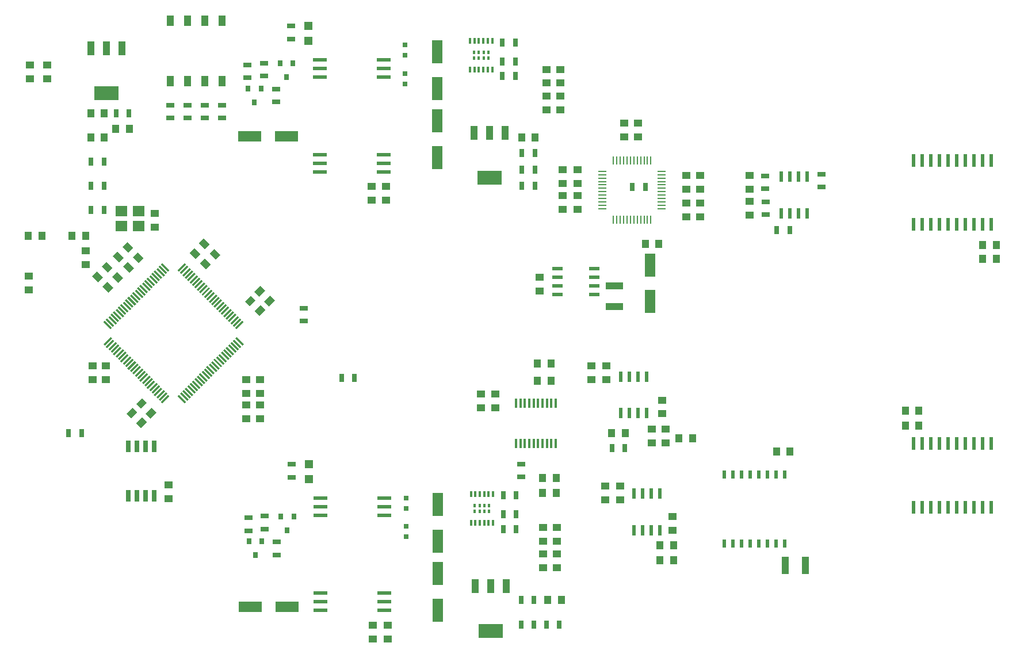
<source format=gtp>
G04 #@! TF.FileFunction,Paste,Top*
%FSLAX46Y46*%
G04 Gerber Fmt 4.6, Leading zero omitted, Abs format (unit mm)*
G04 Created by KiCad (PCBNEW no-vcs-found-product) date Mon Sep  4 09:08:35 2017*
%MOMM*%
%LPD*%
G01*
G04 APERTURE LIST*
%ADD10C,0.150000*%
%ADD11R,1.300000X0.700000*%
%ADD12R,0.250000X1.300000*%
%ADD13R,1.300000X0.250000*%
%ADD14R,0.450000X1.450000*%
%ADD15R,0.700000X1.300000*%
%ADD16R,3.657600X2.032000*%
%ADD17R,1.016000X2.032000*%
%ADD18R,1.600000X3.500000*%
%ADD19R,2.000000X0.600000*%
%ADD20R,0.420000X0.890000*%
%ADD21R,0.427500X0.495000*%
%ADD22R,0.800000X0.900000*%
%ADD23R,1.250000X1.000000*%
%ADD24R,3.500000X1.600000*%
%ADD25R,1.000000X1.250000*%
%ADD26R,2.500000X1.000000*%
%ADD27R,0.650000X1.700000*%
%ADD28R,0.600000X1.550000*%
%ADD29R,1.550000X0.600000*%
%ADD30R,0.600000X1.950000*%
%ADD31R,1.000000X2.500000*%
%ADD32R,0.508000X1.143000*%
%ADD33R,1.100000X1.500000*%
%ADD34R,1.200000X1.200000*%
%ADD35R,0.750000X0.800000*%
%ADD36R,1.700000X1.500000*%
G04 APERTURE END LIST*
D10*
D11*
X106900000Y-97760000D03*
X106900000Y-95860000D03*
D12*
X125940000Y-51149000D03*
X125440000Y-51149000D03*
X124940000Y-51149000D03*
X124440000Y-51149000D03*
X123940000Y-51149000D03*
X123440000Y-51149000D03*
X122940000Y-51149000D03*
X122440000Y-51149000D03*
X121940000Y-51149000D03*
X121440000Y-51149000D03*
X120940000Y-51149000D03*
X120440000Y-51149000D03*
D13*
X118840000Y-52749000D03*
X118840000Y-53249000D03*
X118840000Y-53749000D03*
X118840000Y-54249000D03*
X118840000Y-54749000D03*
X118840000Y-55249000D03*
X118840000Y-55749000D03*
X118840000Y-56249000D03*
X118840000Y-56749000D03*
X118840000Y-57249000D03*
X118840000Y-57749000D03*
X118840000Y-58249000D03*
D12*
X120440000Y-59849000D03*
X120940000Y-59849000D03*
X121440000Y-59849000D03*
X121940000Y-59849000D03*
X122440000Y-59849000D03*
X122940000Y-59849000D03*
X123440000Y-59849000D03*
X123940000Y-59849000D03*
X124440000Y-59849000D03*
X124940000Y-59849000D03*
X125440000Y-59849000D03*
X125940000Y-59849000D03*
D13*
X127540000Y-58249000D03*
X127540000Y-57749000D03*
X127540000Y-57249000D03*
X127540000Y-56749000D03*
X127540000Y-56249000D03*
X127540000Y-55749000D03*
X127540000Y-55249000D03*
X127540000Y-54749000D03*
X127540000Y-54249000D03*
X127540000Y-53749000D03*
X127540000Y-53249000D03*
X127540000Y-52749000D03*
D14*
X111941800Y-86889800D03*
X111291800Y-86889800D03*
X110641800Y-86889800D03*
X109991800Y-86889800D03*
X109341800Y-86889800D03*
X108691800Y-86889800D03*
X108041800Y-86889800D03*
X107391800Y-86889800D03*
X106741800Y-86889800D03*
X106091800Y-86889800D03*
X106091800Y-92789800D03*
X106741800Y-92789800D03*
X107391800Y-92789800D03*
X108041800Y-92789800D03*
X108691800Y-92789800D03*
X109341800Y-92789800D03*
X109991800Y-92789800D03*
X110641800Y-92789800D03*
X111291800Y-92789800D03*
X111941800Y-92789800D03*
D15*
X104206000Y-103251000D03*
X106106000Y-103251000D03*
X108730000Y-119470000D03*
X106830000Y-119470000D03*
D16*
X102362000Y-120396000D03*
D17*
X102362000Y-113792000D03*
X100076000Y-113792000D03*
X104648000Y-113792000D03*
D18*
X94615000Y-107221000D03*
X94615000Y-101821000D03*
X94615000Y-111981000D03*
X94615000Y-117381000D03*
D19*
X86742000Y-117348000D03*
X86742000Y-116078000D03*
X86742000Y-114808000D03*
X86742000Y-103378000D03*
X86742000Y-102108000D03*
X86742000Y-100838000D03*
X77342000Y-100838000D03*
X77342000Y-102108000D03*
X77342000Y-103378000D03*
X77342000Y-114808000D03*
X77342000Y-116078000D03*
X77342000Y-117348000D03*
D20*
X99467000Y-104467000D03*
X100117000Y-104467000D03*
X100767000Y-104467000D03*
X101417000Y-104467000D03*
X102067000Y-104467000D03*
X102717000Y-104467000D03*
X102717000Y-100257000D03*
X102067000Y-100257000D03*
X101417000Y-100257000D03*
X100767000Y-100257000D03*
X100117000Y-100257000D03*
X99467000Y-100257000D03*
D21*
X102160750Y-101949500D03*
X101448250Y-101949500D03*
X100735750Y-101949500D03*
X100023250Y-101949500D03*
X102160750Y-102774500D03*
X101448250Y-102774500D03*
X100735750Y-102774500D03*
X100023250Y-102774500D03*
D15*
X104206000Y-100457000D03*
X106106000Y-100457000D03*
X106106000Y-105410000D03*
X104206000Y-105410000D03*
X108730000Y-115870000D03*
X106830000Y-115870000D03*
X112460000Y-119470000D03*
X110560000Y-119470000D03*
D11*
X70904100Y-109195400D03*
X70904100Y-107295400D03*
X66713100Y-105639400D03*
X66713100Y-103739400D03*
X69126100Y-103485400D03*
X69126100Y-105385400D03*
D22*
X73378100Y-103562400D03*
X71478100Y-103562400D03*
X72428100Y-105562400D03*
X68679100Y-107245400D03*
X66779100Y-107245400D03*
X67729100Y-109245400D03*
D23*
X112120000Y-105180000D03*
X112120000Y-107180000D03*
X110090000Y-105170000D03*
X110090000Y-107170000D03*
X110090000Y-111110000D03*
X110090000Y-109110000D03*
X87185500Y-121586500D03*
X87185500Y-119586500D03*
X85026500Y-121586500D03*
X85026500Y-119586500D03*
X112120000Y-111110000D03*
X112120000Y-109110000D03*
D24*
X72423000Y-116840000D03*
X67023000Y-116840000D03*
D16*
X45800000Y-41292000D03*
D17*
X45800000Y-34688000D03*
X43514000Y-34688000D03*
X48086000Y-34688000D03*
D10*
G36*
X53857522Y-66458373D02*
X54069654Y-66246241D01*
X55130314Y-67306901D01*
X54918182Y-67519033D01*
X53857522Y-66458373D01*
X53857522Y-66458373D01*
G37*
G36*
X53503969Y-66811926D02*
X53716101Y-66599794D01*
X54776761Y-67660454D01*
X54564629Y-67872586D01*
X53503969Y-66811926D01*
X53503969Y-66811926D01*
G37*
G36*
X53150416Y-67165480D02*
X53362548Y-66953348D01*
X54423208Y-68014008D01*
X54211076Y-68226140D01*
X53150416Y-67165480D01*
X53150416Y-67165480D01*
G37*
G36*
X52796862Y-67519033D02*
X53008994Y-67306901D01*
X54069654Y-68367561D01*
X53857522Y-68579693D01*
X52796862Y-67519033D01*
X52796862Y-67519033D01*
G37*
G36*
X52443309Y-67872587D02*
X52655441Y-67660455D01*
X53716101Y-68721115D01*
X53503969Y-68933247D01*
X52443309Y-67872587D01*
X52443309Y-67872587D01*
G37*
G36*
X52089756Y-68226140D02*
X52301888Y-68014008D01*
X53362548Y-69074668D01*
X53150416Y-69286800D01*
X52089756Y-68226140D01*
X52089756Y-68226140D01*
G37*
G36*
X51736202Y-68579693D02*
X51948334Y-68367561D01*
X53008994Y-69428221D01*
X52796862Y-69640353D01*
X51736202Y-68579693D01*
X51736202Y-68579693D01*
G37*
G36*
X51382649Y-68933247D02*
X51594781Y-68721115D01*
X52655441Y-69781775D01*
X52443309Y-69993907D01*
X51382649Y-68933247D01*
X51382649Y-68933247D01*
G37*
G36*
X51029095Y-69286800D02*
X51241227Y-69074668D01*
X52301887Y-70135328D01*
X52089755Y-70347460D01*
X51029095Y-69286800D01*
X51029095Y-69286800D01*
G37*
G36*
X50675542Y-69640354D02*
X50887674Y-69428222D01*
X51948334Y-70488882D01*
X51736202Y-70701014D01*
X50675542Y-69640354D01*
X50675542Y-69640354D01*
G37*
G36*
X50321989Y-69993907D02*
X50534121Y-69781775D01*
X51594781Y-70842435D01*
X51382649Y-71054567D01*
X50321989Y-69993907D01*
X50321989Y-69993907D01*
G37*
G36*
X49968435Y-70347460D02*
X50180567Y-70135328D01*
X51241227Y-71195988D01*
X51029095Y-71408120D01*
X49968435Y-70347460D01*
X49968435Y-70347460D01*
G37*
G36*
X49614882Y-70701014D02*
X49827014Y-70488882D01*
X50887674Y-71549542D01*
X50675542Y-71761674D01*
X49614882Y-70701014D01*
X49614882Y-70701014D01*
G37*
G36*
X49261328Y-71054567D02*
X49473460Y-70842435D01*
X50534120Y-71903095D01*
X50321988Y-72115227D01*
X49261328Y-71054567D01*
X49261328Y-71054567D01*
G37*
G36*
X48907775Y-71408121D02*
X49119907Y-71195989D01*
X50180567Y-72256649D01*
X49968435Y-72468781D01*
X48907775Y-71408121D01*
X48907775Y-71408121D01*
G37*
G36*
X48554222Y-71761674D02*
X48766354Y-71549542D01*
X49827014Y-72610202D01*
X49614882Y-72822334D01*
X48554222Y-71761674D01*
X48554222Y-71761674D01*
G37*
G36*
X48200668Y-72115227D02*
X48412800Y-71903095D01*
X49473460Y-72963755D01*
X49261328Y-73175887D01*
X48200668Y-72115227D01*
X48200668Y-72115227D01*
G37*
G36*
X47847115Y-72468781D02*
X48059247Y-72256649D01*
X49119907Y-73317309D01*
X48907775Y-73529441D01*
X47847115Y-72468781D01*
X47847115Y-72468781D01*
G37*
G36*
X47493561Y-72822334D02*
X47705693Y-72610202D01*
X48766353Y-73670862D01*
X48554221Y-73882994D01*
X47493561Y-72822334D01*
X47493561Y-72822334D01*
G37*
G36*
X47140008Y-73175888D02*
X47352140Y-72963756D01*
X48412800Y-74024416D01*
X48200668Y-74236548D01*
X47140008Y-73175888D01*
X47140008Y-73175888D01*
G37*
G36*
X46786455Y-73529441D02*
X46998587Y-73317309D01*
X48059247Y-74377969D01*
X47847115Y-74590101D01*
X46786455Y-73529441D01*
X46786455Y-73529441D01*
G37*
G36*
X46432901Y-73882994D02*
X46645033Y-73670862D01*
X47705693Y-74731522D01*
X47493561Y-74943654D01*
X46432901Y-73882994D01*
X46432901Y-73882994D01*
G37*
G36*
X46079348Y-74236548D02*
X46291480Y-74024416D01*
X47352140Y-75085076D01*
X47140008Y-75297208D01*
X46079348Y-74236548D01*
X46079348Y-74236548D01*
G37*
G36*
X45725794Y-74590101D02*
X45937926Y-74377969D01*
X46998586Y-75438629D01*
X46786454Y-75650761D01*
X45725794Y-74590101D01*
X45725794Y-74590101D01*
G37*
G36*
X45372241Y-74943654D02*
X45584373Y-74731522D01*
X46645033Y-75792182D01*
X46432901Y-76004314D01*
X45372241Y-74943654D01*
X45372241Y-74943654D01*
G37*
G36*
X45584373Y-78408478D02*
X45372241Y-78196346D01*
X46432901Y-77135686D01*
X46645033Y-77347818D01*
X45584373Y-78408478D01*
X45584373Y-78408478D01*
G37*
G36*
X45937926Y-78762031D02*
X45725794Y-78549899D01*
X46786454Y-77489239D01*
X46998586Y-77701371D01*
X45937926Y-78762031D01*
X45937926Y-78762031D01*
G37*
G36*
X46291480Y-79115584D02*
X46079348Y-78903452D01*
X47140008Y-77842792D01*
X47352140Y-78054924D01*
X46291480Y-79115584D01*
X46291480Y-79115584D01*
G37*
G36*
X46645033Y-79469138D02*
X46432901Y-79257006D01*
X47493561Y-78196346D01*
X47705693Y-78408478D01*
X46645033Y-79469138D01*
X46645033Y-79469138D01*
G37*
G36*
X46998587Y-79822691D02*
X46786455Y-79610559D01*
X47847115Y-78549899D01*
X48059247Y-78762031D01*
X46998587Y-79822691D01*
X46998587Y-79822691D01*
G37*
G36*
X47352140Y-80176244D02*
X47140008Y-79964112D01*
X48200668Y-78903452D01*
X48412800Y-79115584D01*
X47352140Y-80176244D01*
X47352140Y-80176244D01*
G37*
G36*
X47705693Y-80529798D02*
X47493561Y-80317666D01*
X48554221Y-79257006D01*
X48766353Y-79469138D01*
X47705693Y-80529798D01*
X47705693Y-80529798D01*
G37*
G36*
X48059247Y-80883351D02*
X47847115Y-80671219D01*
X48907775Y-79610559D01*
X49119907Y-79822691D01*
X48059247Y-80883351D01*
X48059247Y-80883351D01*
G37*
G36*
X48412800Y-81236905D02*
X48200668Y-81024773D01*
X49261328Y-79964113D01*
X49473460Y-80176245D01*
X48412800Y-81236905D01*
X48412800Y-81236905D01*
G37*
G36*
X48766354Y-81590458D02*
X48554222Y-81378326D01*
X49614882Y-80317666D01*
X49827014Y-80529798D01*
X48766354Y-81590458D01*
X48766354Y-81590458D01*
G37*
G36*
X49119907Y-81944011D02*
X48907775Y-81731879D01*
X49968435Y-80671219D01*
X50180567Y-80883351D01*
X49119907Y-81944011D01*
X49119907Y-81944011D01*
G37*
G36*
X49473460Y-82297565D02*
X49261328Y-82085433D01*
X50321988Y-81024773D01*
X50534120Y-81236905D01*
X49473460Y-82297565D01*
X49473460Y-82297565D01*
G37*
G36*
X49827014Y-82651118D02*
X49614882Y-82438986D01*
X50675542Y-81378326D01*
X50887674Y-81590458D01*
X49827014Y-82651118D01*
X49827014Y-82651118D01*
G37*
G36*
X50180567Y-83004672D02*
X49968435Y-82792540D01*
X51029095Y-81731880D01*
X51241227Y-81944012D01*
X50180567Y-83004672D01*
X50180567Y-83004672D01*
G37*
G36*
X50534121Y-83358225D02*
X50321989Y-83146093D01*
X51382649Y-82085433D01*
X51594781Y-82297565D01*
X50534121Y-83358225D01*
X50534121Y-83358225D01*
G37*
G36*
X50887674Y-83711778D02*
X50675542Y-83499646D01*
X51736202Y-82438986D01*
X51948334Y-82651118D01*
X50887674Y-83711778D01*
X50887674Y-83711778D01*
G37*
G36*
X51241227Y-84065332D02*
X51029095Y-83853200D01*
X52089755Y-82792540D01*
X52301887Y-83004672D01*
X51241227Y-84065332D01*
X51241227Y-84065332D01*
G37*
G36*
X51594781Y-84418885D02*
X51382649Y-84206753D01*
X52443309Y-83146093D01*
X52655441Y-83358225D01*
X51594781Y-84418885D01*
X51594781Y-84418885D01*
G37*
G36*
X51948334Y-84772439D02*
X51736202Y-84560307D01*
X52796862Y-83499647D01*
X53008994Y-83711779D01*
X51948334Y-84772439D01*
X51948334Y-84772439D01*
G37*
G36*
X52301888Y-85125992D02*
X52089756Y-84913860D01*
X53150416Y-83853200D01*
X53362548Y-84065332D01*
X52301888Y-85125992D01*
X52301888Y-85125992D01*
G37*
G36*
X52655441Y-85479545D02*
X52443309Y-85267413D01*
X53503969Y-84206753D01*
X53716101Y-84418885D01*
X52655441Y-85479545D01*
X52655441Y-85479545D01*
G37*
G36*
X53008994Y-85833099D02*
X52796862Y-85620967D01*
X53857522Y-84560307D01*
X54069654Y-84772439D01*
X53008994Y-85833099D01*
X53008994Y-85833099D01*
G37*
G36*
X53362548Y-86186652D02*
X53150416Y-85974520D01*
X54211076Y-84913860D01*
X54423208Y-85125992D01*
X53362548Y-86186652D01*
X53362548Y-86186652D01*
G37*
G36*
X53716101Y-86540206D02*
X53503969Y-86328074D01*
X54564629Y-85267414D01*
X54776761Y-85479546D01*
X53716101Y-86540206D01*
X53716101Y-86540206D01*
G37*
G36*
X54069654Y-86893759D02*
X53857522Y-86681627D01*
X54918182Y-85620967D01*
X55130314Y-85833099D01*
X54069654Y-86893759D01*
X54069654Y-86893759D01*
G37*
G36*
X56261686Y-85833099D02*
X56473818Y-85620967D01*
X57534478Y-86681627D01*
X57322346Y-86893759D01*
X56261686Y-85833099D01*
X56261686Y-85833099D01*
G37*
G36*
X56615239Y-85479546D02*
X56827371Y-85267414D01*
X57888031Y-86328074D01*
X57675899Y-86540206D01*
X56615239Y-85479546D01*
X56615239Y-85479546D01*
G37*
G36*
X56968792Y-85125992D02*
X57180924Y-84913860D01*
X58241584Y-85974520D01*
X58029452Y-86186652D01*
X56968792Y-85125992D01*
X56968792Y-85125992D01*
G37*
G36*
X57322346Y-84772439D02*
X57534478Y-84560307D01*
X58595138Y-85620967D01*
X58383006Y-85833099D01*
X57322346Y-84772439D01*
X57322346Y-84772439D01*
G37*
G36*
X57675899Y-84418885D02*
X57888031Y-84206753D01*
X58948691Y-85267413D01*
X58736559Y-85479545D01*
X57675899Y-84418885D01*
X57675899Y-84418885D01*
G37*
G36*
X58029452Y-84065332D02*
X58241584Y-83853200D01*
X59302244Y-84913860D01*
X59090112Y-85125992D01*
X58029452Y-84065332D01*
X58029452Y-84065332D01*
G37*
G36*
X58383006Y-83711779D02*
X58595138Y-83499647D01*
X59655798Y-84560307D01*
X59443666Y-84772439D01*
X58383006Y-83711779D01*
X58383006Y-83711779D01*
G37*
G36*
X58736559Y-83358225D02*
X58948691Y-83146093D01*
X60009351Y-84206753D01*
X59797219Y-84418885D01*
X58736559Y-83358225D01*
X58736559Y-83358225D01*
G37*
G36*
X59090113Y-83004672D02*
X59302245Y-82792540D01*
X60362905Y-83853200D01*
X60150773Y-84065332D01*
X59090113Y-83004672D01*
X59090113Y-83004672D01*
G37*
G36*
X59443666Y-82651118D02*
X59655798Y-82438986D01*
X60716458Y-83499646D01*
X60504326Y-83711778D01*
X59443666Y-82651118D01*
X59443666Y-82651118D01*
G37*
G36*
X59797219Y-82297565D02*
X60009351Y-82085433D01*
X61070011Y-83146093D01*
X60857879Y-83358225D01*
X59797219Y-82297565D01*
X59797219Y-82297565D01*
G37*
G36*
X60150773Y-81944012D02*
X60362905Y-81731880D01*
X61423565Y-82792540D01*
X61211433Y-83004672D01*
X60150773Y-81944012D01*
X60150773Y-81944012D01*
G37*
G36*
X60504326Y-81590458D02*
X60716458Y-81378326D01*
X61777118Y-82438986D01*
X61564986Y-82651118D01*
X60504326Y-81590458D01*
X60504326Y-81590458D01*
G37*
G36*
X60857880Y-81236905D02*
X61070012Y-81024773D01*
X62130672Y-82085433D01*
X61918540Y-82297565D01*
X60857880Y-81236905D01*
X60857880Y-81236905D01*
G37*
G36*
X61211433Y-80883351D02*
X61423565Y-80671219D01*
X62484225Y-81731879D01*
X62272093Y-81944011D01*
X61211433Y-80883351D01*
X61211433Y-80883351D01*
G37*
G36*
X61564986Y-80529798D02*
X61777118Y-80317666D01*
X62837778Y-81378326D01*
X62625646Y-81590458D01*
X61564986Y-80529798D01*
X61564986Y-80529798D01*
G37*
G36*
X61918540Y-80176245D02*
X62130672Y-79964113D01*
X63191332Y-81024773D01*
X62979200Y-81236905D01*
X61918540Y-80176245D01*
X61918540Y-80176245D01*
G37*
G36*
X62272093Y-79822691D02*
X62484225Y-79610559D01*
X63544885Y-80671219D01*
X63332753Y-80883351D01*
X62272093Y-79822691D01*
X62272093Y-79822691D01*
G37*
G36*
X62625647Y-79469138D02*
X62837779Y-79257006D01*
X63898439Y-80317666D01*
X63686307Y-80529798D01*
X62625647Y-79469138D01*
X62625647Y-79469138D01*
G37*
G36*
X62979200Y-79115584D02*
X63191332Y-78903452D01*
X64251992Y-79964112D01*
X64039860Y-80176244D01*
X62979200Y-79115584D01*
X62979200Y-79115584D01*
G37*
G36*
X63332753Y-78762031D02*
X63544885Y-78549899D01*
X64605545Y-79610559D01*
X64393413Y-79822691D01*
X63332753Y-78762031D01*
X63332753Y-78762031D01*
G37*
G36*
X63686307Y-78408478D02*
X63898439Y-78196346D01*
X64959099Y-79257006D01*
X64746967Y-79469138D01*
X63686307Y-78408478D01*
X63686307Y-78408478D01*
G37*
G36*
X64039860Y-78054924D02*
X64251992Y-77842792D01*
X65312652Y-78903452D01*
X65100520Y-79115584D01*
X64039860Y-78054924D01*
X64039860Y-78054924D01*
G37*
G36*
X64393414Y-77701371D02*
X64605546Y-77489239D01*
X65666206Y-78549899D01*
X65454074Y-78762031D01*
X64393414Y-77701371D01*
X64393414Y-77701371D01*
G37*
G36*
X64746967Y-77347818D02*
X64959099Y-77135686D01*
X66019759Y-78196346D01*
X65807627Y-78408478D01*
X64746967Y-77347818D01*
X64746967Y-77347818D01*
G37*
G36*
X64959099Y-76004314D02*
X64746967Y-75792182D01*
X65807627Y-74731522D01*
X66019759Y-74943654D01*
X64959099Y-76004314D01*
X64959099Y-76004314D01*
G37*
G36*
X64605546Y-75650761D02*
X64393414Y-75438629D01*
X65454074Y-74377969D01*
X65666206Y-74590101D01*
X64605546Y-75650761D01*
X64605546Y-75650761D01*
G37*
G36*
X64251992Y-75297208D02*
X64039860Y-75085076D01*
X65100520Y-74024416D01*
X65312652Y-74236548D01*
X64251992Y-75297208D01*
X64251992Y-75297208D01*
G37*
G36*
X63898439Y-74943654D02*
X63686307Y-74731522D01*
X64746967Y-73670862D01*
X64959099Y-73882994D01*
X63898439Y-74943654D01*
X63898439Y-74943654D01*
G37*
G36*
X63544885Y-74590101D02*
X63332753Y-74377969D01*
X64393413Y-73317309D01*
X64605545Y-73529441D01*
X63544885Y-74590101D01*
X63544885Y-74590101D01*
G37*
G36*
X63191332Y-74236548D02*
X62979200Y-74024416D01*
X64039860Y-72963756D01*
X64251992Y-73175888D01*
X63191332Y-74236548D01*
X63191332Y-74236548D01*
G37*
G36*
X62837779Y-73882994D02*
X62625647Y-73670862D01*
X63686307Y-72610202D01*
X63898439Y-72822334D01*
X62837779Y-73882994D01*
X62837779Y-73882994D01*
G37*
G36*
X62484225Y-73529441D02*
X62272093Y-73317309D01*
X63332753Y-72256649D01*
X63544885Y-72468781D01*
X62484225Y-73529441D01*
X62484225Y-73529441D01*
G37*
G36*
X62130672Y-73175887D02*
X61918540Y-72963755D01*
X62979200Y-71903095D01*
X63191332Y-72115227D01*
X62130672Y-73175887D01*
X62130672Y-73175887D01*
G37*
G36*
X61777118Y-72822334D02*
X61564986Y-72610202D01*
X62625646Y-71549542D01*
X62837778Y-71761674D01*
X61777118Y-72822334D01*
X61777118Y-72822334D01*
G37*
G36*
X61423565Y-72468781D02*
X61211433Y-72256649D01*
X62272093Y-71195989D01*
X62484225Y-71408121D01*
X61423565Y-72468781D01*
X61423565Y-72468781D01*
G37*
G36*
X61070012Y-72115227D02*
X60857880Y-71903095D01*
X61918540Y-70842435D01*
X62130672Y-71054567D01*
X61070012Y-72115227D01*
X61070012Y-72115227D01*
G37*
G36*
X60716458Y-71761674D02*
X60504326Y-71549542D01*
X61564986Y-70488882D01*
X61777118Y-70701014D01*
X60716458Y-71761674D01*
X60716458Y-71761674D01*
G37*
G36*
X60362905Y-71408120D02*
X60150773Y-71195988D01*
X61211433Y-70135328D01*
X61423565Y-70347460D01*
X60362905Y-71408120D01*
X60362905Y-71408120D01*
G37*
G36*
X60009351Y-71054567D02*
X59797219Y-70842435D01*
X60857879Y-69781775D01*
X61070011Y-69993907D01*
X60009351Y-71054567D01*
X60009351Y-71054567D01*
G37*
G36*
X59655798Y-70701014D02*
X59443666Y-70488882D01*
X60504326Y-69428222D01*
X60716458Y-69640354D01*
X59655798Y-70701014D01*
X59655798Y-70701014D01*
G37*
G36*
X59302245Y-70347460D02*
X59090113Y-70135328D01*
X60150773Y-69074668D01*
X60362905Y-69286800D01*
X59302245Y-70347460D01*
X59302245Y-70347460D01*
G37*
G36*
X58948691Y-69993907D02*
X58736559Y-69781775D01*
X59797219Y-68721115D01*
X60009351Y-68933247D01*
X58948691Y-69993907D01*
X58948691Y-69993907D01*
G37*
G36*
X58595138Y-69640353D02*
X58383006Y-69428221D01*
X59443666Y-68367561D01*
X59655798Y-68579693D01*
X58595138Y-69640353D01*
X58595138Y-69640353D01*
G37*
G36*
X58241584Y-69286800D02*
X58029452Y-69074668D01*
X59090112Y-68014008D01*
X59302244Y-68226140D01*
X58241584Y-69286800D01*
X58241584Y-69286800D01*
G37*
G36*
X57888031Y-68933247D02*
X57675899Y-68721115D01*
X58736559Y-67660455D01*
X58948691Y-67872587D01*
X57888031Y-68933247D01*
X57888031Y-68933247D01*
G37*
G36*
X57534478Y-68579693D02*
X57322346Y-68367561D01*
X58383006Y-67306901D01*
X58595138Y-67519033D01*
X57534478Y-68579693D01*
X57534478Y-68579693D01*
G37*
G36*
X57180924Y-68226140D02*
X56968792Y-68014008D01*
X58029452Y-66953348D01*
X58241584Y-67165480D01*
X57180924Y-68226140D01*
X57180924Y-68226140D01*
G37*
G36*
X56827371Y-67872586D02*
X56615239Y-67660454D01*
X57675899Y-66599794D01*
X57888031Y-66811926D01*
X56827371Y-67872586D01*
X56827371Y-67872586D01*
G37*
G36*
X56473818Y-67519033D02*
X56261686Y-67306901D01*
X57322346Y-66246241D01*
X57534478Y-66458373D01*
X56473818Y-67519033D01*
X56473818Y-67519033D01*
G37*
D24*
X72296000Y-47625000D03*
X66896000Y-47625000D03*
D23*
X37080000Y-39110000D03*
X37080000Y-37110000D03*
X34530000Y-39110000D03*
X34530000Y-37110000D03*
D25*
X43520000Y-44210000D03*
X45520000Y-44210000D03*
X43520000Y-47780000D03*
X45520000Y-47780000D03*
D23*
X52960000Y-60940000D03*
X52960000Y-58940000D03*
X54991000Y-98949000D03*
X54991000Y-100949000D03*
D10*
G36*
X48878719Y-63140398D02*
X49762602Y-64024281D01*
X49055495Y-64731388D01*
X48171612Y-63847505D01*
X48878719Y-63140398D01*
X48878719Y-63140398D01*
G37*
G36*
X47464505Y-64554612D02*
X48348388Y-65438495D01*
X47641281Y-66145602D01*
X46757398Y-65261719D01*
X47464505Y-64554612D01*
X47464505Y-64554612D01*
G37*
G36*
X50402719Y-64664398D02*
X51286602Y-65548281D01*
X50579495Y-66255388D01*
X49695612Y-65371505D01*
X50402719Y-64664398D01*
X50402719Y-64664398D01*
G37*
G36*
X48988505Y-66078612D02*
X49872388Y-66962495D01*
X49165281Y-67669602D01*
X48281398Y-66785719D01*
X48988505Y-66078612D01*
X48988505Y-66078612D01*
G37*
D23*
X43815000Y-81423000D03*
X43815000Y-83423000D03*
X45720000Y-81423000D03*
X45720000Y-83423000D03*
D10*
G36*
X48789398Y-88408281D02*
X49673281Y-87524398D01*
X50380388Y-88231505D01*
X49496505Y-89115388D01*
X48789398Y-88408281D01*
X48789398Y-88408281D01*
G37*
G36*
X50203612Y-89822495D02*
X51087495Y-88938612D01*
X51794602Y-89645719D01*
X50910719Y-90529602D01*
X50203612Y-89822495D01*
X50203612Y-89822495D01*
G37*
G36*
X50186398Y-87011281D02*
X51070281Y-86127398D01*
X51777388Y-86834505D01*
X50893505Y-87718388D01*
X50186398Y-87011281D01*
X50186398Y-87011281D01*
G37*
G36*
X51600612Y-88425495D02*
X52484495Y-87541612D01*
X53191602Y-88248719D01*
X52307719Y-89132602D01*
X51600612Y-88425495D01*
X51600612Y-88425495D01*
G37*
D23*
X42760000Y-64490000D03*
X42760000Y-66490000D03*
D25*
X42760000Y-62280000D03*
X40760000Y-62280000D03*
D23*
X66421000Y-89138000D03*
X66421000Y-87138000D03*
X68453000Y-89138000D03*
X68453000Y-87138000D03*
D10*
G36*
X66188398Y-71898281D02*
X67072281Y-71014398D01*
X67779388Y-71721505D01*
X66895505Y-72605388D01*
X66188398Y-71898281D01*
X66188398Y-71898281D01*
G37*
G36*
X67602612Y-73312495D02*
X68486495Y-72428612D01*
X69193602Y-73135719D01*
X68309719Y-74019602D01*
X67602612Y-73312495D01*
X67602612Y-73312495D01*
G37*
G36*
X67585398Y-70501281D02*
X68469281Y-69617398D01*
X69176388Y-70324505D01*
X68292505Y-71208388D01*
X67585398Y-70501281D01*
X67585398Y-70501281D01*
G37*
G36*
X68999612Y-71915495D02*
X69883495Y-71031612D01*
X70590602Y-71738719D01*
X69706719Y-72622602D01*
X68999612Y-71915495D01*
X68999612Y-71915495D01*
G37*
G36*
X58921281Y-65632602D02*
X58037398Y-64748719D01*
X58744505Y-64041612D01*
X59628388Y-64925495D01*
X58921281Y-65632602D01*
X58921281Y-65632602D01*
G37*
G36*
X60335495Y-64218388D02*
X59451612Y-63334505D01*
X60158719Y-62627398D01*
X61042602Y-63511281D01*
X60335495Y-64218388D01*
X60335495Y-64218388D01*
G37*
G36*
X60451281Y-67172602D02*
X59567398Y-66288719D01*
X60274505Y-65581612D01*
X61158388Y-66465495D01*
X60451281Y-67172602D01*
X60451281Y-67172602D01*
G37*
G36*
X61865495Y-65758388D02*
X60981612Y-64874505D01*
X61688719Y-64167398D01*
X62572602Y-65051281D01*
X61865495Y-65758388D01*
X61865495Y-65758388D01*
G37*
D23*
X34370000Y-68170000D03*
X34370000Y-70170000D03*
D25*
X34340000Y-62280000D03*
X36340000Y-62280000D03*
D10*
G36*
X45848719Y-66067398D02*
X46732602Y-66951281D01*
X46025495Y-67658388D01*
X45141612Y-66774505D01*
X45848719Y-66067398D01*
X45848719Y-66067398D01*
G37*
G36*
X44434505Y-67481612D02*
X45318388Y-68365495D01*
X44611281Y-69072602D01*
X43727398Y-68188719D01*
X44434505Y-67481612D01*
X44434505Y-67481612D01*
G37*
G36*
X47354719Y-67585398D02*
X48238602Y-68469281D01*
X47531495Y-69176388D01*
X46647612Y-68292505D01*
X47354719Y-67585398D01*
X47354719Y-67585398D01*
G37*
G36*
X45940505Y-68999612D02*
X46824388Y-69883495D01*
X46117281Y-70590602D01*
X45233398Y-69706719D01*
X45940505Y-68999612D01*
X45940505Y-68999612D01*
G37*
D23*
X66421000Y-85455000D03*
X66421000Y-83455000D03*
X68453000Y-85455000D03*
X68453000Y-83455000D03*
D25*
X130064000Y-92075000D03*
X132064000Y-92075000D03*
X109236000Y-81026000D03*
X111236000Y-81026000D03*
X109236000Y-83566000D03*
X111236000Y-83566000D03*
X122158000Y-91313000D03*
X120158000Y-91313000D03*
X144415000Y-93980000D03*
X146415000Y-93980000D03*
X111990000Y-97890000D03*
X109990000Y-97890000D03*
X127270000Y-107823000D03*
X129270000Y-107823000D03*
D23*
X121412000Y-101076000D03*
X121412000Y-99076000D03*
D25*
X127270000Y-109982000D03*
X129270000Y-109982000D03*
D23*
X119253000Y-101076000D03*
X119253000Y-99076000D03*
X119380000Y-81423000D03*
X119380000Y-83423000D03*
X126111000Y-92694000D03*
X126111000Y-90694000D03*
X117221000Y-81423000D03*
X117221000Y-83423000D03*
X128143000Y-92694000D03*
X128143000Y-90694000D03*
X129150000Y-105570000D03*
X129150000Y-103570000D03*
X127571500Y-86439500D03*
X127571500Y-88439500D03*
X109601000Y-68370000D03*
X109601000Y-70370000D03*
X112649000Y-41672000D03*
X112649000Y-43672000D03*
X86995000Y-57007000D03*
X86995000Y-55007000D03*
X84836000Y-57007000D03*
X84836000Y-55007000D03*
X110617000Y-41672000D03*
X110617000Y-43672000D03*
D26*
X120580000Y-69620000D03*
X120580000Y-72620000D03*
D23*
X110630000Y-39740000D03*
X110630000Y-37740000D03*
X112650000Y-39740000D03*
X112650000Y-37740000D03*
X140462000Y-53356000D03*
X140462000Y-55356000D03*
X140462000Y-57166000D03*
X140462000Y-59166000D03*
X124079000Y-45672500D03*
X124079000Y-47672500D03*
X122047000Y-45672500D03*
X122047000Y-47672500D03*
X131191000Y-57420000D03*
X131191000Y-59420000D03*
X133223000Y-53356000D03*
X133223000Y-55356000D03*
X133223000Y-57420000D03*
X133223000Y-59420000D03*
X131191000Y-53356000D03*
X131191000Y-55356000D03*
X112966500Y-52530500D03*
X112966500Y-54530500D03*
X115125500Y-52530500D03*
X115125500Y-54530500D03*
X112966500Y-56340500D03*
X112966500Y-58340500D03*
X115125500Y-56340500D03*
X115125500Y-58340500D03*
D18*
X125870000Y-71940000D03*
X125870000Y-66540000D03*
D25*
X125110000Y-63410000D03*
X127110000Y-63410000D03*
X176806100Y-63639700D03*
X174806100Y-63639700D03*
X176768000Y-65659000D03*
X174768000Y-65659000D03*
X163410000Y-90180000D03*
X165410000Y-90180000D03*
X163410000Y-88010000D03*
X165410000Y-88010000D03*
D22*
X68552100Y-40570400D03*
X66652100Y-40570400D03*
X67602100Y-42570400D03*
X73251100Y-36887400D03*
X71351100Y-36887400D03*
X72301100Y-38887400D03*
D11*
X68999100Y-36810400D03*
X68999100Y-38710400D03*
X66586100Y-38964400D03*
X66586100Y-37064400D03*
X70777100Y-42520400D03*
X70777100Y-40620400D03*
D15*
X49120000Y-44200000D03*
X47220000Y-44200000D03*
X43570000Y-51320000D03*
X45470000Y-51320000D03*
D11*
X62807600Y-44892000D03*
X62807600Y-42992000D03*
X60267600Y-44892000D03*
X60267600Y-42992000D03*
X57727600Y-44892000D03*
X57727600Y-42992000D03*
X55187600Y-44892000D03*
X55187600Y-42992000D03*
D15*
X43570000Y-54870000D03*
X45470000Y-54870000D03*
X43570000Y-58430000D03*
X45470000Y-58430000D03*
X120208000Y-93472000D03*
X122108000Y-93472000D03*
X106990000Y-54890000D03*
X108890000Y-54890000D03*
X108890000Y-50090000D03*
X106990000Y-50090000D03*
D11*
X151066500Y-53152000D03*
X151066500Y-55052000D03*
D15*
X104079000Y-38735000D03*
X105979000Y-38735000D03*
X104079000Y-33782000D03*
X105979000Y-33782000D03*
X146365000Y-61404500D03*
X144465000Y-61404500D03*
D11*
X142748000Y-55306000D03*
X142748000Y-53406000D03*
X142811500Y-57216000D03*
X142811500Y-59116000D03*
D15*
X125130000Y-55050000D03*
X123230000Y-55050000D03*
D27*
X49022000Y-100551000D03*
X50292000Y-100551000D03*
X51562000Y-100551000D03*
X52832000Y-100551000D03*
X52832000Y-93251000D03*
X51562000Y-93251000D03*
X50292000Y-93251000D03*
X49022000Y-93251000D03*
D28*
X127254000Y-100170000D03*
X125984000Y-100170000D03*
X124714000Y-100170000D03*
X123444000Y-100170000D03*
X123444000Y-105570000D03*
X124714000Y-105570000D03*
X125984000Y-105570000D03*
X127254000Y-105570000D03*
X145097500Y-58961000D03*
X146367500Y-58961000D03*
X147637500Y-58961000D03*
X148907500Y-58961000D03*
X148907500Y-53561000D03*
X147637500Y-53561000D03*
X146367500Y-53561000D03*
X145097500Y-53561000D03*
D29*
X112235000Y-67084000D03*
X112235000Y-68354000D03*
X112235000Y-69624000D03*
X112235000Y-70894000D03*
X117635000Y-70894000D03*
X117635000Y-69624000D03*
X117635000Y-68354000D03*
X117635000Y-67084000D03*
D20*
X99340000Y-37792000D03*
X99990000Y-37792000D03*
X100640000Y-37792000D03*
X101290000Y-37792000D03*
X101940000Y-37792000D03*
X102590000Y-37792000D03*
X102590000Y-33582000D03*
X101940000Y-33582000D03*
X101290000Y-33582000D03*
X100640000Y-33582000D03*
X99990000Y-33582000D03*
X99340000Y-33582000D03*
D21*
X102033750Y-35274500D03*
X101321250Y-35274500D03*
X100608750Y-35274500D03*
X99896250Y-35274500D03*
X102033750Y-36099500D03*
X101321250Y-36099500D03*
X100608750Y-36099500D03*
X99896250Y-36099500D03*
D19*
X86615000Y-52832000D03*
X86615000Y-51562000D03*
X86615000Y-50292000D03*
X86615000Y-38862000D03*
X86615000Y-37592000D03*
X86615000Y-36322000D03*
X77215000Y-36322000D03*
X77215000Y-37592000D03*
X77215000Y-38862000D03*
X77215000Y-50292000D03*
X77215000Y-51562000D03*
X77215000Y-52832000D03*
D30*
X176022000Y-51180000D03*
X174752000Y-51180000D03*
X173482000Y-51180000D03*
X172212000Y-51180000D03*
X170942000Y-51180000D03*
X169672000Y-51180000D03*
X168402000Y-51180000D03*
X167132000Y-51180000D03*
X165862000Y-51180000D03*
X164592000Y-51180000D03*
X164592000Y-60580000D03*
X165862000Y-60580000D03*
X167132000Y-60580000D03*
X168402000Y-60580000D03*
X169672000Y-60580000D03*
X170942000Y-60580000D03*
X172212000Y-60580000D03*
X173482000Y-60580000D03*
X174752000Y-60580000D03*
X176022000Y-60580000D03*
X164592000Y-102236000D03*
X165862000Y-102236000D03*
X167132000Y-102236000D03*
X168402000Y-102236000D03*
X169672000Y-102236000D03*
X170942000Y-102236000D03*
X172212000Y-102236000D03*
X173482000Y-102236000D03*
X174752000Y-102236000D03*
X176022000Y-102236000D03*
X176022000Y-92836000D03*
X174752000Y-92836000D03*
X173482000Y-92836000D03*
X172212000Y-92836000D03*
X170942000Y-92836000D03*
X169672000Y-92836000D03*
X168402000Y-92836000D03*
X167132000Y-92836000D03*
X165862000Y-92836000D03*
X164592000Y-92836000D03*
D25*
X111990000Y-100080000D03*
X109990000Y-100080000D03*
D31*
X145693000Y-110744000D03*
X148693000Y-110744000D03*
D28*
X121475500Y-88361500D03*
X122745500Y-88361500D03*
X124015500Y-88361500D03*
X125285500Y-88361500D03*
X125285500Y-82961500D03*
X124015500Y-82961500D03*
X122745500Y-82961500D03*
X121475500Y-82961500D03*
D32*
X145669000Y-97409000D03*
X144399000Y-97409000D03*
X143129000Y-97409000D03*
X141859000Y-97409000D03*
X140589000Y-97409000D03*
X139319000Y-97409000D03*
X138049000Y-97409000D03*
X136779000Y-97409000D03*
X136779000Y-107569000D03*
X138049000Y-107569000D03*
X139319000Y-107569000D03*
X140589000Y-107569000D03*
X141859000Y-107569000D03*
X143129000Y-107569000D03*
X144399000Y-107569000D03*
X145669000Y-107569000D03*
D18*
X94488000Y-45306000D03*
X94488000Y-50706000D03*
X94488000Y-40546000D03*
X94488000Y-35146000D03*
D16*
X102235000Y-53721000D03*
D17*
X102235000Y-47117000D03*
X99949000Y-47117000D03*
X104521000Y-47117000D03*
D15*
X108890000Y-52500000D03*
X106990000Y-52500000D03*
X104079000Y-36576000D03*
X105979000Y-36576000D03*
D33*
X62807600Y-39497000D03*
X60267600Y-39497000D03*
X57727600Y-39497000D03*
X55187600Y-39497000D03*
X62807600Y-30607000D03*
X60267600Y-30607000D03*
X57727600Y-30607000D03*
X55187600Y-30607000D03*
D23*
X100901500Y-85550500D03*
X100901500Y-87550500D03*
X103060500Y-85550500D03*
X103060500Y-87550500D03*
D15*
X42140000Y-91260000D03*
X40240000Y-91260000D03*
X80410000Y-83180000D03*
X82310000Y-83180000D03*
D11*
X74900000Y-72890000D03*
X74900000Y-74790000D03*
D25*
X49180000Y-46490000D03*
X47180000Y-46490000D03*
X110760000Y-115870000D03*
X112760000Y-115870000D03*
X108910000Y-47800000D03*
X106910000Y-47800000D03*
D34*
X75540000Y-31330000D03*
X75540000Y-33530000D03*
X75660000Y-95850000D03*
X75660000Y-98050000D03*
D11*
X73110000Y-95870000D03*
X73110000Y-97770000D03*
D35*
X89916000Y-105041000D03*
X89916000Y-106541000D03*
X89916000Y-102350000D03*
X89916000Y-100850000D03*
X89789000Y-38366000D03*
X89789000Y-39866000D03*
X89789000Y-35675000D03*
X89789000Y-34175000D03*
D11*
X72990000Y-31350000D03*
X72990000Y-33250000D03*
D10*
G36*
X48860000Y-60050000D02*
X48860000Y-61550000D01*
X47160000Y-61550000D01*
X47160000Y-60050000D01*
X48860000Y-60050000D01*
X48860000Y-60050000D01*
G37*
D36*
X48010000Y-58600000D03*
D10*
G36*
X51400000Y-60050000D02*
X51400000Y-61550000D01*
X49700000Y-61550000D01*
X49700000Y-60050000D01*
X51400000Y-60050000D01*
X51400000Y-60050000D01*
G37*
D36*
X50550000Y-58600000D03*
M02*

</source>
